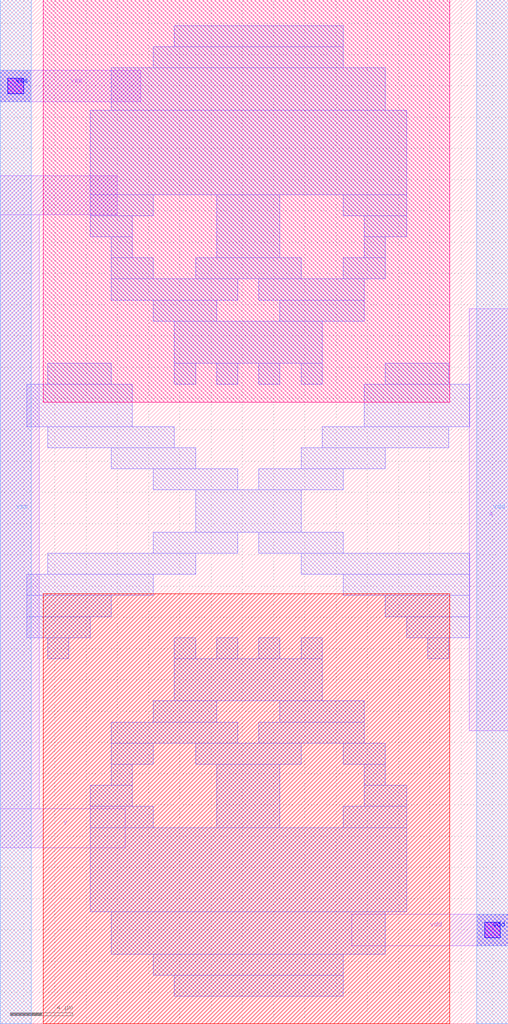
<source format=lef>
VERSION 5.7 ;
  NOWIREEXTENSIONATPIN ON ;
  DIVIDERCHAR "/" ;
  BUSBITCHARS "[]" ;
MACRO skullfet_inverter
  CLASS BLOCK ;
  FOREIGN skullfet_inverter ;
  ORIGIN -12.500 -4.000 ;
  SIZE 32.500 BY 65.500 ;
  PIN vss
    DIRECTION INOUT ;
    USE GROUND ;
    SHAPE ABUTMENT ;
    PORT
      LAYER Metal1 ;
        RECT 12.500 63.000 21.500 65.000 ;
      LAYER Via1 ;
        RECT 13.000 63.500 14.000 64.500 ;
      LAYER Metal2 ;
        RECT 12.500 63.000 14.500 65.000 ;
      LAYER Via2 ;
        RECT 13.000 63.500 14.000 64.500 ;
      LAYER Metal3 ;
        RECT 12.500 63.000 14.500 65.000 ;
      LAYER Via3 ;
        RECT 13.000 63.500 14.000 64.500 ;
      LAYER Metal4 ;
        RECT 12.500 4.000 14.500 69.500 ;
    END
  END vss
  PIN vdd
    DIRECTION INOUT ;
    USE POWER ;
    SHAPE ABUTMENT ;
    PORT
      LAYER Metal1 ;
        RECT 35.000 9.000 45.000 11.000 ;
      LAYER Via1 ;
        RECT 43.500 9.500 44.500 10.500 ;
      LAYER Metal2 ;
        RECT 43.000 9.000 45.000 11.000 ;
      LAYER Via2 ;
        RECT 43.500 9.500 44.500 10.500 ;
      LAYER Metal3 ;
        RECT 43.000 9.000 45.000 11.000 ;
      LAYER Via3 ;
        RECT 43.500 9.500 44.500 10.500 ;
      LAYER Metal4 ;
        RECT 43.000 4.000 45.000 69.500 ;
    END
  END vdd
  PIN Y
    DIRECTION OUTPUT ;
    USE SIGNAL ;
    ANTENNADIFFAREA 317.519989 ;
    PORT
      LAYER Metal1 ;
        RECT 12.500 55.750 20.000 58.250 ;
        RECT 12.500 17.750 15.000 55.750 ;
        RECT 12.500 15.250 20.500 17.750 ;
    END
  END Y
  PIN A
    DIRECTION INPUT ;
    USE SIGNAL ;
    ANTENNAGATEAREA 81.000000 ;
    PORT
      LAYER Metal1 ;
        RECT 42.500 22.750 45.000 49.750 ;
    END
  END A
  OBS
      LAYER Pwell ;
        RECT 15.250 43.750 41.250 69.500 ;
      LAYER Nwell ;
        RECT 15.250 4.000 41.250 31.500 ;
      LAYER Metal2 ;
        RECT 23.650 66.500 34.450 67.850 ;
        RECT 22.300 65.150 34.450 66.500 ;
        RECT 19.600 62.450 37.150 65.150 ;
        RECT 18.250 57.050 38.500 62.450 ;
        RECT 18.250 55.700 22.300 57.050 ;
        RECT 18.250 54.350 20.950 55.700 ;
        RECT 19.600 53.000 20.950 54.350 ;
        RECT 26.350 53.000 30.400 57.050 ;
        RECT 34.450 55.700 38.500 57.050 ;
        RECT 35.800 54.350 38.500 55.700 ;
        RECT 35.800 53.000 37.150 54.350 ;
        RECT 19.600 51.650 22.300 53.000 ;
        RECT 25.000 51.650 31.750 53.000 ;
        RECT 34.450 51.650 37.150 53.000 ;
        RECT 19.600 50.300 27.700 51.650 ;
        RECT 29.050 50.300 35.800 51.650 ;
        RECT 22.300 48.950 26.350 50.300 ;
        RECT 30.400 48.950 35.800 50.300 ;
        RECT 23.650 46.250 33.100 48.950 ;
        RECT 15.550 44.900 19.600 46.250 ;
        RECT 23.650 44.900 25.000 46.250 ;
        RECT 26.350 44.900 27.700 46.250 ;
        RECT 29.050 44.900 30.400 46.250 ;
        RECT 31.750 44.900 33.100 46.250 ;
        RECT 37.150 44.900 41.200 46.250 ;
        RECT 14.200 42.200 20.950 44.900 ;
        RECT 35.800 42.200 42.550 44.900 ;
        RECT 15.550 40.850 23.650 42.200 ;
        RECT 33.100 40.850 41.200 42.200 ;
        RECT 19.600 39.500 25.000 40.850 ;
        RECT 31.750 39.500 37.150 40.850 ;
        RECT 22.300 38.150 27.700 39.500 ;
        RECT 29.050 38.150 34.450 39.500 ;
        RECT 25.000 35.450 31.750 38.150 ;
        RECT 22.300 34.100 27.700 35.450 ;
        RECT 29.050 34.100 34.450 35.450 ;
        RECT 15.550 32.750 25.000 34.100 ;
        RECT 31.750 32.750 42.550 34.100 ;
        RECT 14.200 31.400 22.300 32.750 ;
        RECT 34.450 31.400 42.550 32.750 ;
        RECT 14.200 30.050 19.600 31.400 ;
        RECT 37.150 30.050 42.550 31.400 ;
        RECT 14.200 28.700 18.250 30.050 ;
        RECT 38.500 28.700 42.550 30.050 ;
        RECT 15.550 27.350 16.900 28.700 ;
        RECT 23.650 27.350 25.000 28.700 ;
        RECT 26.350 27.350 27.700 28.700 ;
        RECT 29.050 27.350 30.400 28.700 ;
        RECT 31.750 27.350 33.100 28.700 ;
        RECT 39.850 27.350 41.200 28.700 ;
        RECT 23.650 24.650 33.100 27.350 ;
        RECT 22.300 23.300 26.350 24.650 ;
        RECT 30.400 23.300 35.800 24.650 ;
        RECT 19.600 21.950 27.700 23.300 ;
        RECT 29.050 21.950 35.800 23.300 ;
        RECT 19.600 20.600 22.300 21.950 ;
        RECT 25.000 20.600 31.750 21.950 ;
        RECT 34.450 20.600 37.150 21.950 ;
        RECT 19.600 19.250 20.950 20.600 ;
        RECT 18.250 17.900 20.950 19.250 ;
        RECT 18.250 16.550 22.300 17.900 ;
        RECT 26.350 16.550 30.400 20.600 ;
        RECT 35.800 19.250 37.150 20.600 ;
        RECT 35.800 17.900 38.500 19.250 ;
        RECT 34.450 16.550 38.500 17.900 ;
        RECT 18.250 11.150 38.500 16.550 ;
        RECT 19.600 8.450 37.150 11.150 ;
        RECT 22.300 7.100 34.450 8.450 ;
        RECT 23.650 5.750 34.450 7.100 ;
  END
END skullfet_inverter
END LIBRARY


</source>
